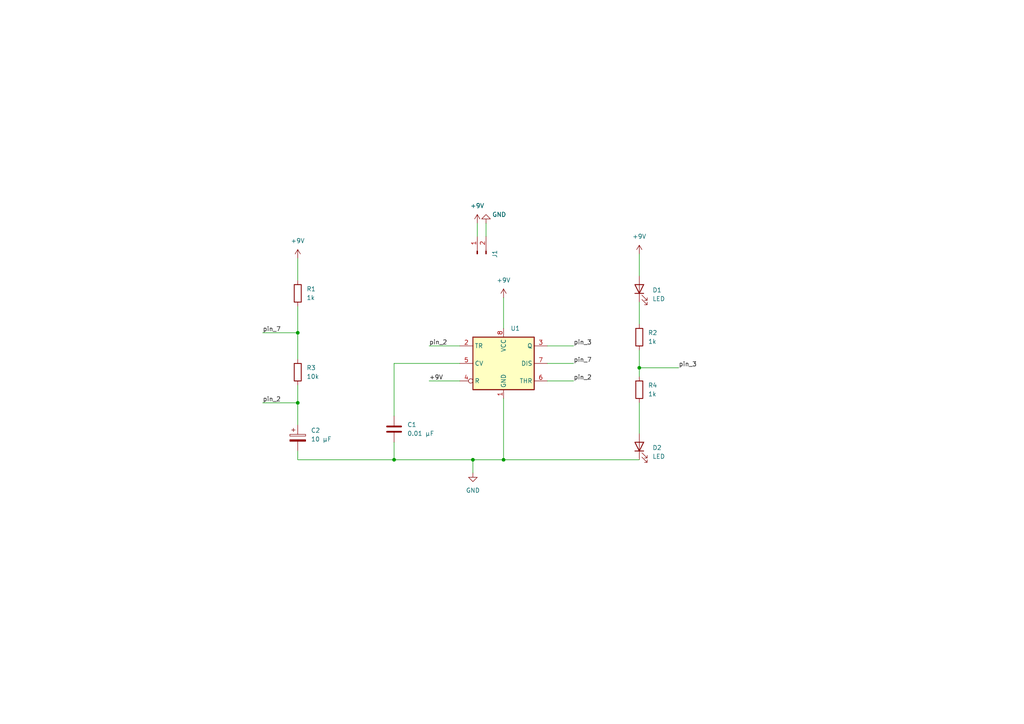
<source format=kicad_sch>
(kicad_sch (version 20211123) (generator eeschema)

  (uuid 3347ddea-a23d-4d8a-a78d-e7ba1bd1832e)

  (paper "A4")

  (lib_symbols
    (symbol "Connector:Conn_01x02_Male" (pin_names (offset 1.016) hide) (in_bom yes) (on_board yes)
      (property "Reference" "J" (id 0) (at 0 2.54 0)
        (effects (font (size 1.27 1.27)))
      )
      (property "Value" "Conn_01x02_Male" (id 1) (at 0 -5.08 0)
        (effects (font (size 1.27 1.27)))
      )
      (property "Footprint" "" (id 2) (at 0 0 0)
        (effects (font (size 1.27 1.27)) hide)
      )
      (property "Datasheet" "~" (id 3) (at 0 0 0)
        (effects (font (size 1.27 1.27)) hide)
      )
      (property "ki_keywords" "connector" (id 4) (at 0 0 0)
        (effects (font (size 1.27 1.27)) hide)
      )
      (property "ki_description" "Generic connector, single row, 01x02, script generated (kicad-library-utils/schlib/autogen/connector/)" (id 5) (at 0 0 0)
        (effects (font (size 1.27 1.27)) hide)
      )
      (property "ki_fp_filters" "Connector*:*_1x??_*" (id 6) (at 0 0 0)
        (effects (font (size 1.27 1.27)) hide)
      )
      (symbol "Conn_01x02_Male_1_1"
        (polyline
          (pts
            (xy 1.27 -2.54)
            (xy 0.8636 -2.54)
          )
          (stroke (width 0.1524) (type default) (color 0 0 0 0))
          (fill (type none))
        )
        (polyline
          (pts
            (xy 1.27 0)
            (xy 0.8636 0)
          )
          (stroke (width 0.1524) (type default) (color 0 0 0 0))
          (fill (type none))
        )
        (rectangle (start 0.8636 -2.413) (end 0 -2.667)
          (stroke (width 0.1524) (type default) (color 0 0 0 0))
          (fill (type outline))
        )
        (rectangle (start 0.8636 0.127) (end 0 -0.127)
          (stroke (width 0.1524) (type default) (color 0 0 0 0))
          (fill (type outline))
        )
        (pin passive line (at 5.08 0 180) (length 3.81)
          (name "Pin_1" (effects (font (size 1.27 1.27))))
          (number "1" (effects (font (size 1.27 1.27))))
        )
        (pin passive line (at 5.08 -2.54 180) (length 3.81)
          (name "Pin_2" (effects (font (size 1.27 1.27))))
          (number "2" (effects (font (size 1.27 1.27))))
        )
      )
    )
    (symbol "Device:C" (pin_numbers hide) (pin_names (offset 0.254)) (in_bom yes) (on_board yes)
      (property "Reference" "C" (id 0) (at 0.635 2.54 0)
        (effects (font (size 1.27 1.27)) (justify left))
      )
      (property "Value" "C" (id 1) (at 0.635 -2.54 0)
        (effects (font (size 1.27 1.27)) (justify left))
      )
      (property "Footprint" "" (id 2) (at 0.9652 -3.81 0)
        (effects (font (size 1.27 1.27)) hide)
      )
      (property "Datasheet" "~" (id 3) (at 0 0 0)
        (effects (font (size 1.27 1.27)) hide)
      )
      (property "ki_keywords" "cap capacitor" (id 4) (at 0 0 0)
        (effects (font (size 1.27 1.27)) hide)
      )
      (property "ki_description" "Unpolarized capacitor" (id 5) (at 0 0 0)
        (effects (font (size 1.27 1.27)) hide)
      )
      (property "ki_fp_filters" "C_*" (id 6) (at 0 0 0)
        (effects (font (size 1.27 1.27)) hide)
      )
      (symbol "C_0_1"
        (polyline
          (pts
            (xy -2.032 -0.762)
            (xy 2.032 -0.762)
          )
          (stroke (width 0.508) (type default) (color 0 0 0 0))
          (fill (type none))
        )
        (polyline
          (pts
            (xy -2.032 0.762)
            (xy 2.032 0.762)
          )
          (stroke (width 0.508) (type default) (color 0 0 0 0))
          (fill (type none))
        )
      )
      (symbol "C_1_1"
        (pin passive line (at 0 3.81 270) (length 2.794)
          (name "~" (effects (font (size 1.27 1.27))))
          (number "1" (effects (font (size 1.27 1.27))))
        )
        (pin passive line (at 0 -3.81 90) (length 2.794)
          (name "~" (effects (font (size 1.27 1.27))))
          (number "2" (effects (font (size 1.27 1.27))))
        )
      )
    )
    (symbol "Device:C_Polarized" (pin_numbers hide) (pin_names (offset 0.254)) (in_bom yes) (on_board yes)
      (property "Reference" "C" (id 0) (at 0.635 2.54 0)
        (effects (font (size 1.27 1.27)) (justify left))
      )
      (property "Value" "C_Polarized" (id 1) (at 0.635 -2.54 0)
        (effects (font (size 1.27 1.27)) (justify left))
      )
      (property "Footprint" "" (id 2) (at 0.9652 -3.81 0)
        (effects (font (size 1.27 1.27)) hide)
      )
      (property "Datasheet" "~" (id 3) (at 0 0 0)
        (effects (font (size 1.27 1.27)) hide)
      )
      (property "ki_keywords" "cap capacitor" (id 4) (at 0 0 0)
        (effects (font (size 1.27 1.27)) hide)
      )
      (property "ki_description" "Polarized capacitor" (id 5) (at 0 0 0)
        (effects (font (size 1.27 1.27)) hide)
      )
      (property "ki_fp_filters" "CP_*" (id 6) (at 0 0 0)
        (effects (font (size 1.27 1.27)) hide)
      )
      (symbol "C_Polarized_0_1"
        (rectangle (start -2.286 0.508) (end 2.286 1.016)
          (stroke (width 0) (type default) (color 0 0 0 0))
          (fill (type none))
        )
        (polyline
          (pts
            (xy -1.778 2.286)
            (xy -0.762 2.286)
          )
          (stroke (width 0) (type default) (color 0 0 0 0))
          (fill (type none))
        )
        (polyline
          (pts
            (xy -1.27 2.794)
            (xy -1.27 1.778)
          )
          (stroke (width 0) (type default) (color 0 0 0 0))
          (fill (type none))
        )
        (rectangle (start 2.286 -0.508) (end -2.286 -1.016)
          (stroke (width 0) (type default) (color 0 0 0 0))
          (fill (type outline))
        )
      )
      (symbol "C_Polarized_1_1"
        (pin passive line (at 0 3.81 270) (length 2.794)
          (name "~" (effects (font (size 1.27 1.27))))
          (number "1" (effects (font (size 1.27 1.27))))
        )
        (pin passive line (at 0 -3.81 90) (length 2.794)
          (name "~" (effects (font (size 1.27 1.27))))
          (number "2" (effects (font (size 1.27 1.27))))
        )
      )
    )
    (symbol "Device:LED" (pin_numbers hide) (pin_names (offset 1.016) hide) (in_bom yes) (on_board yes)
      (property "Reference" "D" (id 0) (at 0 2.54 0)
        (effects (font (size 1.27 1.27)))
      )
      (property "Value" "LED" (id 1) (at 0 -2.54 0)
        (effects (font (size 1.27 1.27)))
      )
      (property "Footprint" "" (id 2) (at 0 0 0)
        (effects (font (size 1.27 1.27)) hide)
      )
      (property "Datasheet" "~" (id 3) (at 0 0 0)
        (effects (font (size 1.27 1.27)) hide)
      )
      (property "ki_keywords" "LED diode" (id 4) (at 0 0 0)
        (effects (font (size 1.27 1.27)) hide)
      )
      (property "ki_description" "Light emitting diode" (id 5) (at 0 0 0)
        (effects (font (size 1.27 1.27)) hide)
      )
      (property "ki_fp_filters" "LED* LED_SMD:* LED_THT:*" (id 6) (at 0 0 0)
        (effects (font (size 1.27 1.27)) hide)
      )
      (symbol "LED_0_1"
        (polyline
          (pts
            (xy -1.27 -1.27)
            (xy -1.27 1.27)
          )
          (stroke (width 0.254) (type default) (color 0 0 0 0))
          (fill (type none))
        )
        (polyline
          (pts
            (xy -1.27 0)
            (xy 1.27 0)
          )
          (stroke (width 0) (type default) (color 0 0 0 0))
          (fill (type none))
        )
        (polyline
          (pts
            (xy 1.27 -1.27)
            (xy 1.27 1.27)
            (xy -1.27 0)
            (xy 1.27 -1.27)
          )
          (stroke (width 0.254) (type default) (color 0 0 0 0))
          (fill (type none))
        )
        (polyline
          (pts
            (xy -3.048 -0.762)
            (xy -4.572 -2.286)
            (xy -3.81 -2.286)
            (xy -4.572 -2.286)
            (xy -4.572 -1.524)
          )
          (stroke (width 0) (type default) (color 0 0 0 0))
          (fill (type none))
        )
        (polyline
          (pts
            (xy -1.778 -0.762)
            (xy -3.302 -2.286)
            (xy -2.54 -2.286)
            (xy -3.302 -2.286)
            (xy -3.302 -1.524)
          )
          (stroke (width 0) (type default) (color 0 0 0 0))
          (fill (type none))
        )
      )
      (symbol "LED_1_1"
        (pin passive line (at -3.81 0 0) (length 2.54)
          (name "K" (effects (font (size 1.27 1.27))))
          (number "1" (effects (font (size 1.27 1.27))))
        )
        (pin passive line (at 3.81 0 180) (length 2.54)
          (name "A" (effects (font (size 1.27 1.27))))
          (number "2" (effects (font (size 1.27 1.27))))
        )
      )
    )
    (symbol "Device:R" (pin_numbers hide) (pin_names (offset 0)) (in_bom yes) (on_board yes)
      (property "Reference" "R" (id 0) (at 2.032 0 90)
        (effects (font (size 1.27 1.27)))
      )
      (property "Value" "R" (id 1) (at 0 0 90)
        (effects (font (size 1.27 1.27)))
      )
      (property "Footprint" "" (id 2) (at -1.778 0 90)
        (effects (font (size 1.27 1.27)) hide)
      )
      (property "Datasheet" "~" (id 3) (at 0 0 0)
        (effects (font (size 1.27 1.27)) hide)
      )
      (property "ki_keywords" "R res resistor" (id 4) (at 0 0 0)
        (effects (font (size 1.27 1.27)) hide)
      )
      (property "ki_description" "Resistor" (id 5) (at 0 0 0)
        (effects (font (size 1.27 1.27)) hide)
      )
      (property "ki_fp_filters" "R_*" (id 6) (at 0 0 0)
        (effects (font (size 1.27 1.27)) hide)
      )
      (symbol "R_0_1"
        (rectangle (start -1.016 -2.54) (end 1.016 2.54)
          (stroke (width 0.254) (type default) (color 0 0 0 0))
          (fill (type none))
        )
      )
      (symbol "R_1_1"
        (pin passive line (at 0 3.81 270) (length 1.27)
          (name "~" (effects (font (size 1.27 1.27))))
          (number "1" (effects (font (size 1.27 1.27))))
        )
        (pin passive line (at 0 -3.81 90) (length 1.27)
          (name "~" (effects (font (size 1.27 1.27))))
          (number "2" (effects (font (size 1.27 1.27))))
        )
      )
    )
    (symbol "Timer:NE555D" (in_bom yes) (on_board yes)
      (property "Reference" "U" (id 0) (at -10.16 8.89 0)
        (effects (font (size 1.27 1.27)) (justify left))
      )
      (property "Value" "NE555D" (id 1) (at 2.54 8.89 0)
        (effects (font (size 1.27 1.27)) (justify left))
      )
      (property "Footprint" "Package_SO:SOIC-8_3.9x4.9mm_P1.27mm" (id 2) (at 21.59 -10.16 0)
        (effects (font (size 1.27 1.27)) hide)
      )
      (property "Datasheet" "http://www.ti.com/lit/ds/symlink/ne555.pdf" (id 3) (at 21.59 -10.16 0)
        (effects (font (size 1.27 1.27)) hide)
      )
      (property "ki_keywords" "single timer 555" (id 4) (at 0 0 0)
        (effects (font (size 1.27 1.27)) hide)
      )
      (property "ki_description" "Precision Timers, 555 compatible, SOIC-8" (id 5) (at 0 0 0)
        (effects (font (size 1.27 1.27)) hide)
      )
      (property "ki_fp_filters" "SOIC*3.9x4.9mm*P1.27mm*" (id 6) (at 0 0 0)
        (effects (font (size 1.27 1.27)) hide)
      )
      (symbol "NE555D_0_0"
        (pin power_in line (at 0 -10.16 90) (length 2.54)
          (name "GND" (effects (font (size 1.27 1.27))))
          (number "1" (effects (font (size 1.27 1.27))))
        )
        (pin power_in line (at 0 10.16 270) (length 2.54)
          (name "VCC" (effects (font (size 1.27 1.27))))
          (number "8" (effects (font (size 1.27 1.27))))
        )
      )
      (symbol "NE555D_0_1"
        (rectangle (start -8.89 -7.62) (end 8.89 7.62)
          (stroke (width 0.254) (type default) (color 0 0 0 0))
          (fill (type background))
        )
        (rectangle (start -8.89 -7.62) (end 8.89 7.62)
          (stroke (width 0.254) (type default) (color 0 0 0 0))
          (fill (type background))
        )
      )
      (symbol "NE555D_1_1"
        (pin input line (at -12.7 5.08 0) (length 3.81)
          (name "TR" (effects (font (size 1.27 1.27))))
          (number "2" (effects (font (size 1.27 1.27))))
        )
        (pin output line (at 12.7 5.08 180) (length 3.81)
          (name "Q" (effects (font (size 1.27 1.27))))
          (number "3" (effects (font (size 1.27 1.27))))
        )
        (pin input inverted (at -12.7 -5.08 0) (length 3.81)
          (name "R" (effects (font (size 1.27 1.27))))
          (number "4" (effects (font (size 1.27 1.27))))
        )
        (pin input line (at -12.7 0 0) (length 3.81)
          (name "CV" (effects (font (size 1.27 1.27))))
          (number "5" (effects (font (size 1.27 1.27))))
        )
        (pin input line (at 12.7 -5.08 180) (length 3.81)
          (name "THR" (effects (font (size 1.27 1.27))))
          (number "6" (effects (font (size 1.27 1.27))))
        )
        (pin input line (at 12.7 0 180) (length 3.81)
          (name "DIS" (effects (font (size 1.27 1.27))))
          (number "7" (effects (font (size 1.27 1.27))))
        )
      )
    )
    (symbol "power:+9V" (power) (pin_names (offset 0)) (in_bom yes) (on_board yes)
      (property "Reference" "#PWR" (id 0) (at 0 -3.81 0)
        (effects (font (size 1.27 1.27)) hide)
      )
      (property "Value" "+9V" (id 1) (at 0 3.556 0)
        (effects (font (size 1.27 1.27)))
      )
      (property "Footprint" "" (id 2) (at 0 0 0)
        (effects (font (size 1.27 1.27)) hide)
      )
      (property "Datasheet" "" (id 3) (at 0 0 0)
        (effects (font (size 1.27 1.27)) hide)
      )
      (property "ki_keywords" "global power" (id 4) (at 0 0 0)
        (effects (font (size 1.27 1.27)) hide)
      )
      (property "ki_description" "Power symbol creates a global label with name \"+9V\"" (id 5) (at 0 0 0)
        (effects (font (size 1.27 1.27)) hide)
      )
      (symbol "+9V_0_1"
        (polyline
          (pts
            (xy -0.762 1.27)
            (xy 0 2.54)
          )
          (stroke (width 0) (type default) (color 0 0 0 0))
          (fill (type none))
        )
        (polyline
          (pts
            (xy 0 0)
            (xy 0 2.54)
          )
          (stroke (width 0) (type default) (color 0 0 0 0))
          (fill (type none))
        )
        (polyline
          (pts
            (xy 0 2.54)
            (xy 0.762 1.27)
          )
          (stroke (width 0) (type default) (color 0 0 0 0))
          (fill (type none))
        )
      )
      (symbol "+9V_1_1"
        (pin power_in line (at 0 0 90) (length 0) hide
          (name "+9V" (effects (font (size 1.27 1.27))))
          (number "1" (effects (font (size 1.27 1.27))))
        )
      )
    )
    (symbol "power:GND" (power) (pin_names (offset 0)) (in_bom yes) (on_board yes)
      (property "Reference" "#PWR" (id 0) (at 0 -6.35 0)
        (effects (font (size 1.27 1.27)) hide)
      )
      (property "Value" "GND" (id 1) (at 0 -3.81 0)
        (effects (font (size 1.27 1.27)))
      )
      (property "Footprint" "" (id 2) (at 0 0 0)
        (effects (font (size 1.27 1.27)) hide)
      )
      (property "Datasheet" "" (id 3) (at 0 0 0)
        (effects (font (size 1.27 1.27)) hide)
      )
      (property "ki_keywords" "global power" (id 4) (at 0 0 0)
        (effects (font (size 1.27 1.27)) hide)
      )
      (property "ki_description" "Power symbol creates a global label with name \"GND\" , ground" (id 5) (at 0 0 0)
        (effects (font (size 1.27 1.27)) hide)
      )
      (symbol "GND_0_1"
        (polyline
          (pts
            (xy 0 0)
            (xy 0 -1.27)
            (xy 1.27 -1.27)
            (xy 0 -2.54)
            (xy -1.27 -1.27)
            (xy 0 -1.27)
          )
          (stroke (width 0) (type default) (color 0 0 0 0))
          (fill (type none))
        )
      )
      (symbol "GND_1_1"
        (pin power_in line (at 0 0 270) (length 0) hide
          (name "GND" (effects (font (size 1.27 1.27))))
          (number "1" (effects (font (size 1.27 1.27))))
        )
      )
    )
  )

  (junction (at 114.3 133.35) (diameter 0) (color 0 0 0 0)
    (uuid 8444e46a-8405-4c0b-a78e-ffea02d80a49)
  )
  (junction (at 137.16 133.35) (diameter 0) (color 0 0 0 0)
    (uuid 899b9e11-afa6-4074-9b73-ad9fe79cdcd2)
  )
  (junction (at 185.42 106.68) (diameter 0) (color 0 0 0 0)
    (uuid 8dd4a8f9-f3eb-4543-8fa7-821f6b15595e)
  )
  (junction (at 146.05 133.35) (diameter 0) (color 0 0 0 0)
    (uuid d8f6d4b4-f8f0-4f1f-adf2-9b82e76262c0)
  )
  (junction (at 86.36 96.52) (diameter 0) (color 0 0 0 0)
    (uuid e2d270ab-2dfd-4b27-a9cd-84a470f7c5df)
  )
  (junction (at 86.36 116.84) (diameter 0) (color 0 0 0 0)
    (uuid f15c027a-6028-4a59-a8ea-0b32b4224d55)
  )

  (wire (pts (xy 86.36 96.52) (xy 86.36 104.14))
    (stroke (width 0) (type default) (color 0 0 0 0))
    (uuid 13bd674c-428d-41c7-85eb-4c2989195e14)
  )
  (wire (pts (xy 185.42 87.63) (xy 185.42 93.98))
    (stroke (width 0) (type default) (color 0 0 0 0))
    (uuid 216080f9-607f-4b73-b836-bb8cc2873fc4)
  )
  (wire (pts (xy 185.42 116.84) (xy 185.42 125.73))
    (stroke (width 0) (type default) (color 0 0 0 0))
    (uuid 2a0fbb52-3390-4923-8d47-0357d698128b)
  )
  (wire (pts (xy 137.16 133.35) (xy 114.3 133.35))
    (stroke (width 0) (type default) (color 0 0 0 0))
    (uuid 2ea3dff4-5cdf-4322-9cba-473afe50efaa)
  )
  (wire (pts (xy 86.36 88.9) (xy 86.36 96.52))
    (stroke (width 0) (type default) (color 0 0 0 0))
    (uuid 347aa320-0ce8-48d8-9083-c2fa32c22548)
  )
  (wire (pts (xy 185.42 106.68) (xy 185.42 109.22))
    (stroke (width 0) (type default) (color 0 0 0 0))
    (uuid 38a8064c-6ca6-4037-9847-50c410ee1961)
  )
  (wire (pts (xy 158.75 105.41) (xy 166.37 105.41))
    (stroke (width 0) (type default) (color 0 0 0 0))
    (uuid 3a6dc18c-8dfa-4724-8559-3f9e5acef06f)
  )
  (wire (pts (xy 114.3 133.35) (xy 114.3 128.27))
    (stroke (width 0) (type default) (color 0 0 0 0))
    (uuid 3c792669-8eae-4940-a557-5c2e0a673203)
  )
  (wire (pts (xy 138.43 64.77) (xy 138.43 68.58))
    (stroke (width 0) (type default) (color 0 0 0 0))
    (uuid 67df4886-5849-40d9-9372-bb65621519e4)
  )
  (wire (pts (xy 86.36 116.84) (xy 86.36 123.19))
    (stroke (width 0) (type default) (color 0 0 0 0))
    (uuid 6a388946-7ecc-47b3-be26-5b4e3df1c836)
  )
  (wire (pts (xy 185.42 106.68) (xy 196.85 106.68))
    (stroke (width 0) (type default) (color 0 0 0 0))
    (uuid 6cbae47f-7f5a-4cb4-a276-21c82c678c9f)
  )
  (wire (pts (xy 86.36 111.76) (xy 86.36 116.84))
    (stroke (width 0) (type default) (color 0 0 0 0))
    (uuid 6dd8e5e0-1f42-4bd0-b9f5-8597587da7e2)
  )
  (wire (pts (xy 137.16 133.35) (xy 137.16 137.16))
    (stroke (width 0) (type default) (color 0 0 0 0))
    (uuid 70085f05-b1c7-41bf-9099-8f3361e7190d)
  )
  (wire (pts (xy 114.3 120.65) (xy 114.3 105.41))
    (stroke (width 0) (type default) (color 0 0 0 0))
    (uuid 8e54a3a1-0b1c-44fd-ac98-e48fc5a2b730)
  )
  (wire (pts (xy 76.2 96.52) (xy 86.36 96.52))
    (stroke (width 0) (type default) (color 0 0 0 0))
    (uuid 929c23a5-8b01-44c7-8d4c-80d68977d514)
  )
  (wire (pts (xy 124.46 110.49) (xy 133.35 110.49))
    (stroke (width 0) (type default) (color 0 0 0 0))
    (uuid 93c2862c-b73c-4cec-ad88-309fbc5cc83d)
  )
  (wire (pts (xy 86.36 74.93) (xy 86.36 81.28))
    (stroke (width 0) (type default) (color 0 0 0 0))
    (uuid 9adc359b-5c74-4534-bae7-d74268eea47c)
  )
  (wire (pts (xy 114.3 105.41) (xy 133.35 105.41))
    (stroke (width 0) (type default) (color 0 0 0 0))
    (uuid a50cab17-d552-4d8a-8477-6f02089c2e1d)
  )
  (wire (pts (xy 114.3 133.35) (xy 86.36 133.35))
    (stroke (width 0) (type default) (color 0 0 0 0))
    (uuid a51f6c7e-6f74-47d0-9564-de214c7c1890)
  )
  (wire (pts (xy 185.42 133.35) (xy 146.05 133.35))
    (stroke (width 0) (type default) (color 0 0 0 0))
    (uuid a70f14bf-ab65-4cf4-92dc-f218e463e452)
  )
  (wire (pts (xy 158.75 100.33) (xy 166.37 100.33))
    (stroke (width 0) (type default) (color 0 0 0 0))
    (uuid b0461efc-2a4e-4557-9e84-018ad170c9db)
  )
  (wire (pts (xy 124.46 100.33) (xy 133.35 100.33))
    (stroke (width 0) (type default) (color 0 0 0 0))
    (uuid b11bc8e8-627e-4dcc-baa3-03feec6a7828)
  )
  (wire (pts (xy 140.97 64.77) (xy 140.97 68.58))
    (stroke (width 0) (type default) (color 0 0 0 0))
    (uuid b43c51df-168f-4b18-97fa-bb32dbbd074b)
  )
  (wire (pts (xy 76.2 116.84) (xy 86.36 116.84))
    (stroke (width 0) (type default) (color 0 0 0 0))
    (uuid c344d31e-d718-4a0d-9b19-fd5254f8c446)
  )
  (wire (pts (xy 146.05 133.35) (xy 146.05 115.57))
    (stroke (width 0) (type default) (color 0 0 0 0))
    (uuid d04e6ca9-a86a-4cea-9092-768dd704621e)
  )
  (wire (pts (xy 185.42 73.66) (xy 185.42 80.01))
    (stroke (width 0) (type default) (color 0 0 0 0))
    (uuid dcb1c6eb-5d94-4ce3-abe5-3ce68be9d232)
  )
  (wire (pts (xy 146.05 133.35) (xy 137.16 133.35))
    (stroke (width 0) (type default) (color 0 0 0 0))
    (uuid e02eb2b4-5835-49a7-a8f5-0ae131f08c55)
  )
  (wire (pts (xy 86.36 133.35) (xy 86.36 130.81))
    (stroke (width 0) (type default) (color 0 0 0 0))
    (uuid e2607439-046c-49c3-949f-3f6744595e18)
  )
  (wire (pts (xy 146.05 86.36) (xy 146.05 95.25))
    (stroke (width 0) (type default) (color 0 0 0 0))
    (uuid e45a6aa1-90f2-42ac-94ab-eeda8df8c386)
  )
  (wire (pts (xy 185.42 101.6) (xy 185.42 106.68))
    (stroke (width 0) (type default) (color 0 0 0 0))
    (uuid e78face3-1a62-4506-8b6e-273d9fc64bba)
  )
  (wire (pts (xy 158.75 110.49) (xy 166.37 110.49))
    (stroke (width 0) (type default) (color 0 0 0 0))
    (uuid ed86de71-ce9a-4d20-9e49-dc225306df44)
  )

  (label "pin_2" (at 124.46 100.33 0)
    (effects (font (size 1.27 1.27)) (justify left bottom))
    (uuid 3586b267-413e-42ee-8827-473387e0faf2)
  )
  (label "+9V" (at 124.46 110.49 0)
    (effects (font (size 1.27 1.27)) (justify left bottom))
    (uuid 589b7b6f-ee3f-4ff7-a96c-d4db6eea6547)
  )
  (label "pin_7" (at 76.2 96.52 0)
    (effects (font (size 1.27 1.27)) (justify left bottom))
    (uuid 5ebbb3ac-5f69-4673-ae4e-d62330d9cf8c)
  )
  (label "pin_2" (at 76.2 116.84 0)
    (effects (font (size 1.27 1.27)) (justify left bottom))
    (uuid a222a707-e1a1-4dfc-bebf-aa8a84fa69ea)
  )
  (label "pin_2" (at 166.37 110.49 0)
    (effects (font (size 1.27 1.27)) (justify left bottom))
    (uuid a33f50cf-2aba-46b0-841b-8e8daed4a21e)
  )
  (label "pin_7" (at 166.37 105.41 0)
    (effects (font (size 1.27 1.27)) (justify left bottom))
    (uuid c530ebd9-fa53-4628-b995-0ea6e036712c)
  )
  (label "pin_3" (at 166.37 100.33 0)
    (effects (font (size 1.27 1.27)) (justify left bottom))
    (uuid cdfd8ac9-dfc5-4b6a-a6e0-7eb4bb7bb7d7)
  )
  (label "pin_3" (at 196.85 106.68 0)
    (effects (font (size 1.27 1.27)) (justify left bottom))
    (uuid f44e0243-ba59-4e4a-8836-32410b148a31)
  )

  (symbol (lib_id "Timer:NE555D") (at 146.05 105.41 0) (unit 1)
    (in_bom yes) (on_board yes) (fields_autoplaced)
    (uuid 1543a055-0a89-4f59-8112-244de6d3ba82)
    (property "Reference" "U1" (id 0) (at 148.0694 95.25 0)
      (effects (font (size 1.27 1.27)) (justify left))
    )
    (property "Value" "NE555D" (id 1) (at 148.0694 95.25 0)
      (effects (font (size 1.27 1.27)) (justify left) hide)
    )
    (property "Footprint" "Package_SO:SOIC-8_3.9x4.9mm_P1.27mm" (id 2) (at 167.64 115.57 0)
      (effects (font (size 1.27 1.27)) hide)
    )
    (property "Datasheet" "http://www.ti.com/lit/ds/symlink/ne555.pdf" (id 3) (at 167.64 115.57 0)
      (effects (font (size 1.27 1.27)) hide)
    )
    (pin "1" (uuid e84b6153-200e-4682-82bf-863c72806d38))
    (pin "8" (uuid 68604850-947a-4e41-8c76-d51445281cdf))
    (pin "2" (uuid fc301175-27bc-42ec-9cf5-107f590847db))
    (pin "3" (uuid 8b6d8dac-f77e-40e5-b9b2-521a1622e282))
    (pin "4" (uuid c371b9e9-2bc2-4085-8bb2-60aef043b3a1))
    (pin "5" (uuid d0445b66-ee9e-4c0d-84dc-c374bc2427e8))
    (pin "6" (uuid d8d68002-7069-41f6-b39a-27e304863148))
    (pin "7" (uuid 9e249154-da92-4556-befa-9be68a6a2551))
  )

  (symbol (lib_id "Device:R") (at 185.42 113.03 0) (unit 1)
    (in_bom yes) (on_board yes) (fields_autoplaced)
    (uuid 15ccb520-14c0-4d25-84d0-891a17b54dbd)
    (property "Reference" "R4" (id 0) (at 187.96 111.7599 0)
      (effects (font (size 1.27 1.27)) (justify left))
    )
    (property "Value" "1k" (id 1) (at 187.96 114.2999 0)
      (effects (font (size 1.27 1.27)) (justify left))
    )
    (property "Footprint" "" (id 2) (at 183.642 113.03 90)
      (effects (font (size 1.27 1.27)) hide)
    )
    (property "Datasheet" "~" (id 3) (at 185.42 113.03 0)
      (effects (font (size 1.27 1.27)) hide)
    )
    (pin "1" (uuid 2bc73e3c-3454-473b-81c9-e4e03b72c889))
    (pin "2" (uuid c43c2468-ae3f-4a3a-bc01-e804869cc70a))
  )

  (symbol (lib_id "Device:R") (at 185.42 97.79 0) (unit 1)
    (in_bom yes) (on_board yes) (fields_autoplaced)
    (uuid 22d59abf-d2ee-48cf-b1b6-76f2383b68a7)
    (property "Reference" "R2" (id 0) (at 187.96 96.5199 0)
      (effects (font (size 1.27 1.27)) (justify left))
    )
    (property "Value" "1k" (id 1) (at 187.96 99.0599 0)
      (effects (font (size 1.27 1.27)) (justify left))
    )
    (property "Footprint" "" (id 2) (at 183.642 97.79 90)
      (effects (font (size 1.27 1.27)) hide)
    )
    (property "Datasheet" "~" (id 3) (at 185.42 97.79 0)
      (effects (font (size 1.27 1.27)) hide)
    )
    (pin "1" (uuid 430255c5-ba1d-4a9d-a0c3-825ff2b2ec2e))
    (pin "2" (uuid ce153c0c-c24d-40e8-9d5f-1c5995a403c3))
  )

  (symbol (lib_id "Device:C") (at 114.3 124.46 0) (unit 1)
    (in_bom yes) (on_board yes) (fields_autoplaced)
    (uuid 23465697-ba48-4b36-9028-37a63bae271b)
    (property "Reference" "C1" (id 0) (at 118.11 123.1899 0)
      (effects (font (size 1.27 1.27)) (justify left))
    )
    (property "Value" "0.01 μF" (id 1) (at 118.11 125.7299 0)
      (effects (font (size 1.27 1.27)) (justify left))
    )
    (property "Footprint" "" (id 2) (at 115.2652 128.27 0)
      (effects (font (size 1.27 1.27)) hide)
    )
    (property "Datasheet" "~" (id 3) (at 114.3 124.46 0)
      (effects (font (size 1.27 1.27)) hide)
    )
    (pin "1" (uuid 791790ab-2b68-4d01-bb57-5608a64ff7a3))
    (pin "2" (uuid df026190-d664-4d67-bdba-5587e5322399))
  )

  (symbol (lib_id "power:+9V") (at 138.43 64.77 0) (unit 1)
    (in_bom yes) (on_board yes) (fields_autoplaced)
    (uuid 3043727b-0b4f-4513-ab51-bf17c63bcd00)
    (property "Reference" "#PWR01" (id 0) (at 138.43 68.58 0)
      (effects (font (size 1.27 1.27)) hide)
    )
    (property "Value" "+9V" (id 1) (at 138.43 59.69 0))
    (property "Footprint" "" (id 2) (at 138.43 64.77 0)
      (effects (font (size 1.27 1.27)) hide)
    )
    (property "Datasheet" "" (id 3) (at 138.43 64.77 0)
      (effects (font (size 1.27 1.27)) hide)
    )
    (pin "1" (uuid b5e1482a-e262-4d72-8b1b-acb689d69886))
  )

  (symbol (lib_id "power:GND") (at 140.97 64.77 0) (mirror x) (unit 1)
    (in_bom yes) (on_board yes)
    (uuid 378ac53e-f68d-4e57-ab27-0e6db3f1bca5)
    (property "Reference" "#PWR02" (id 0) (at 140.97 58.42 0)
      (effects (font (size 1.27 1.27)) hide)
    )
    (property "Value" "GND" (id 1) (at 144.78 62.23 0))
    (property "Footprint" "" (id 2) (at 140.97 64.77 0)
      (effects (font (size 1.27 1.27)) hide)
    )
    (property "Datasheet" "" (id 3) (at 140.97 64.77 0)
      (effects (font (size 1.27 1.27)) hide)
    )
    (pin "1" (uuid ba5028bc-919f-4082-8f56-2a5c52be9b3d))
  )

  (symbol (lib_id "power:+9V") (at 86.36 74.93 0) (unit 1)
    (in_bom yes) (on_board yes) (fields_autoplaced)
    (uuid 427e9c93-482e-432a-bcd0-28d4bb6a89b8)
    (property "Reference" "#PWR04" (id 0) (at 86.36 78.74 0)
      (effects (font (size 1.27 1.27)) hide)
    )
    (property "Value" "+9V" (id 1) (at 86.36 69.85 0))
    (property "Footprint" "" (id 2) (at 86.36 74.93 0)
      (effects (font (size 1.27 1.27)) hide)
    )
    (property "Datasheet" "" (id 3) (at 86.36 74.93 0)
      (effects (font (size 1.27 1.27)) hide)
    )
    (pin "1" (uuid 1ac3f617-5e46-4b30-ad41-33b176e48a98))
  )

  (symbol (lib_id "Device:R") (at 86.36 85.09 0) (unit 1)
    (in_bom yes) (on_board yes) (fields_autoplaced)
    (uuid 49a2ba63-d010-41ef-be76-d27c72185c0d)
    (property "Reference" "R1" (id 0) (at 88.9 83.8199 0)
      (effects (font (size 1.27 1.27)) (justify left))
    )
    (property "Value" "1k" (id 1) (at 88.9 86.3599 0)
      (effects (font (size 1.27 1.27)) (justify left))
    )
    (property "Footprint" "" (id 2) (at 84.582 85.09 90)
      (effects (font (size 1.27 1.27)) hide)
    )
    (property "Datasheet" "~" (id 3) (at 86.36 85.09 0)
      (effects (font (size 1.27 1.27)) hide)
    )
    (pin "1" (uuid a4585a4d-bff4-480b-87e2-858dd4c7b34a))
    (pin "2" (uuid efe07696-61c3-4a90-a1ca-2d95bd1740fd))
  )

  (symbol (lib_id "Device:C_Polarized") (at 86.36 127 0) (unit 1)
    (in_bom yes) (on_board yes) (fields_autoplaced)
    (uuid 5bef235e-c5be-4302-ac5b-2a6326b27402)
    (property "Reference" "C2" (id 0) (at 90.17 124.8409 0)
      (effects (font (size 1.27 1.27)) (justify left))
    )
    (property "Value" "10 μF" (id 1) (at 90.17 127.3809 0)
      (effects (font (size 1.27 1.27)) (justify left))
    )
    (property "Footprint" "" (id 2) (at 87.3252 130.81 0)
      (effects (font (size 1.27 1.27)) hide)
    )
    (property "Datasheet" "~" (id 3) (at 86.36 127 0)
      (effects (font (size 1.27 1.27)) hide)
    )
    (pin "1" (uuid de2ea846-b537-4214-9349-7102c29e676a))
    (pin "2" (uuid db0d4297-c664-499f-8517-2abc9b234e3d))
  )

  (symbol (lib_id "Device:R") (at 86.36 107.95 0) (unit 1)
    (in_bom yes) (on_board yes) (fields_autoplaced)
    (uuid 67c31c46-99c2-43f4-bf1a-50327fd8380d)
    (property "Reference" "R3" (id 0) (at 88.9 106.6799 0)
      (effects (font (size 1.27 1.27)) (justify left))
    )
    (property "Value" "10k" (id 1) (at 88.9 109.2199 0)
      (effects (font (size 1.27 1.27)) (justify left))
    )
    (property "Footprint" "" (id 2) (at 84.582 107.95 90)
      (effects (font (size 1.27 1.27)) hide)
    )
    (property "Datasheet" "~" (id 3) (at 86.36 107.95 0)
      (effects (font (size 1.27 1.27)) hide)
    )
    (pin "1" (uuid ab404381-b02c-4635-9d59-c063b31cb467))
    (pin "2" (uuid 6f71e08f-aa35-4795-abb0-616f980b1bc6))
  )

  (symbol (lib_id "power:GND") (at 137.16 137.16 0) (unit 1)
    (in_bom yes) (on_board yes) (fields_autoplaced)
    (uuid a7e38b59-7c2f-478c-8fbc-884ed2311611)
    (property "Reference" "#PWR05" (id 0) (at 137.16 143.51 0)
      (effects (font (size 1.27 1.27)) hide)
    )
    (property "Value" "GND" (id 1) (at 137.16 142.24 0))
    (property "Footprint" "" (id 2) (at 137.16 137.16 0)
      (effects (font (size 1.27 1.27)) hide)
    )
    (property "Datasheet" "" (id 3) (at 137.16 137.16 0)
      (effects (font (size 1.27 1.27)) hide)
    )
    (pin "1" (uuid 1209585b-a5cb-4081-b324-ca9b2270c9b1))
  )

  (symbol (lib_id "Device:LED") (at 185.42 129.54 90) (unit 1)
    (in_bom yes) (on_board yes) (fields_autoplaced)
    (uuid cfde45f3-6407-4204-85b5-e5fcf2dbf58a)
    (property "Reference" "D2" (id 0) (at 189.23 129.8574 90)
      (effects (font (size 1.27 1.27)) (justify right))
    )
    (property "Value" "LED" (id 1) (at 189.23 132.3974 90)
      (effects (font (size 1.27 1.27)) (justify right))
    )
    (property "Footprint" "" (id 2) (at 185.42 129.54 0)
      (effects (font (size 1.27 1.27)) hide)
    )
    (property "Datasheet" "~" (id 3) (at 185.42 129.54 0)
      (effects (font (size 1.27 1.27)) hide)
    )
    (pin "1" (uuid e8f3bf70-4548-4194-8a4f-c6b12aa08a28))
    (pin "2" (uuid a72ef431-45f8-499a-a42e-ad95076ab9c7))
  )

  (symbol (lib_id "Device:LED") (at 185.42 83.82 90) (unit 1)
    (in_bom yes) (on_board yes) (fields_autoplaced)
    (uuid e1e4d2fc-4e94-48a1-afaa-30b7077b92e0)
    (property "Reference" "D1" (id 0) (at 189.23 84.1374 90)
      (effects (font (size 1.27 1.27)) (justify right))
    )
    (property "Value" "LED" (id 1) (at 189.23 86.6774 90)
      (effects (font (size 1.27 1.27)) (justify right))
    )
    (property "Footprint" "" (id 2) (at 185.42 83.82 0)
      (effects (font (size 1.27 1.27)) hide)
    )
    (property "Datasheet" "~" (id 3) (at 185.42 83.82 0)
      (effects (font (size 1.27 1.27)) hide)
    )
    (pin "1" (uuid 13151962-0835-439a-b607-7ff4438c7108))
    (pin "2" (uuid e9b77a96-2166-4566-b49b-d49121e5bdc6))
  )

  (symbol (lib_id "power:+9V") (at 185.42 73.66 0) (unit 1)
    (in_bom yes) (on_board yes) (fields_autoplaced)
    (uuid e7653ee4-66fe-4ead-80c8-ceac8bc4c379)
    (property "Reference" "#PWR03" (id 0) (at 185.42 77.47 0)
      (effects (font (size 1.27 1.27)) hide)
    )
    (property "Value" "+9V" (id 1) (at 185.42 68.58 0))
    (property "Footprint" "" (id 2) (at 185.42 73.66 0)
      (effects (font (size 1.27 1.27)) hide)
    )
    (property "Datasheet" "" (id 3) (at 185.42 73.66 0)
      (effects (font (size 1.27 1.27)) hide)
    )
    (pin "1" (uuid f0056c0b-41ce-4b0b-9d8f-017b9cb13a61))
  )

  (symbol (lib_id "Connector:Conn_01x02_Male") (at 138.43 73.66 90) (unit 1)
    (in_bom yes) (on_board yes)
    (uuid f259d4c5-41e1-4e9d-b856-7940fb6948de)
    (property "Reference" "J1" (id 0) (at 135.89 73.66 0)
      (effects (font (size 1.27 1.27)) hide)
    )
    (property "Value" "J1" (id 1) (at 143.51 73.66 0))
    (property "Footprint" "" (id 2) (at 138.43 73.66 0)
      (effects (font (size 1.27 1.27)) hide)
    )
    (property "Datasheet" "~" (id 3) (at 138.43 73.66 0)
      (effects (font (size 1.27 1.27)) hide)
    )
    (pin "1" (uuid 61c4e823-bf60-4928-a060-1cd793297f1f))
    (pin "2" (uuid cf8e75fe-c652-4cb1-8936-4205e70f3544))
  )

  (symbol (lib_id "power:+9V") (at 146.05 86.36 0) (unit 1)
    (in_bom yes) (on_board yes) (fields_autoplaced)
    (uuid f5fc9f09-c386-4372-a072-e9cbb94b8cd5)
    (property "Reference" "#PWR?" (id 0) (at 146.05 90.17 0)
      (effects (font (size 1.27 1.27)) hide)
    )
    (property "Value" "+9V" (id 1) (at 146.05 81.28 0))
    (property "Footprint" "" (id 2) (at 146.05 86.36 0)
      (effects (font (size 1.27 1.27)) hide)
    )
    (property "Datasheet" "" (id 3) (at 146.05 86.36 0)
      (effects (font (size 1.27 1.27)) hide)
    )
    (pin "1" (uuid 0807d2d2-52a8-43fd-a13c-77de6f750c23))
  )

  (sheet_instances
    (path "/" (page "1"))
  )

  (symbol_instances
    (path "/3043727b-0b4f-4513-ab51-bf17c63bcd00"
      (reference "#PWR01") (unit 1) (value "+9V") (footprint "")
    )
    (path "/378ac53e-f68d-4e57-ab27-0e6db3f1bca5"
      (reference "#PWR02") (unit 1) (value "GND") (footprint "")
    )
    (path "/e7653ee4-66fe-4ead-80c8-ceac8bc4c379"
      (reference "#PWR03") (unit 1) (value "+9V") (footprint "")
    )
    (path "/427e9c93-482e-432a-bcd0-28d4bb6a89b8"
      (reference "#PWR04") (unit 1) (value "+9V") (footprint "")
    )
    (path "/a7e38b59-7c2f-478c-8fbc-884ed2311611"
      (reference "#PWR05") (unit 1) (value "GND") (footprint "")
    )
    (path "/f5fc9f09-c386-4372-a072-e9cbb94b8cd5"
      (reference "#PWR?") (unit 1) (value "+9V") (footprint "")
    )
    (path "/23465697-ba48-4b36-9028-37a63bae271b"
      (reference "C1") (unit 1) (value "0.01 μF") (footprint "")
    )
    (path "/5bef235e-c5be-4302-ac5b-2a6326b27402"
      (reference "C2") (unit 1) (value "10 μF") (footprint "")
    )
    (path "/e1e4d2fc-4e94-48a1-afaa-30b7077b92e0"
      (reference "D1") (unit 1) (value "LED") (footprint "")
    )
    (path "/cfde45f3-6407-4204-85b5-e5fcf2dbf58a"
      (reference "D2") (unit 1) (value "LED") (footprint "")
    )
    (path "/f259d4c5-41e1-4e9d-b856-7940fb6948de"
      (reference "J1") (unit 1) (value "J1") (footprint "")
    )
    (path "/49a2ba63-d010-41ef-be76-d27c72185c0d"
      (reference "R1") (unit 1) (value "1k") (footprint "")
    )
    (path "/22d59abf-d2ee-48cf-b1b6-76f2383b68a7"
      (reference "R2") (unit 1) (value "1k") (footprint "")
    )
    (path "/67c31c46-99c2-43f4-bf1a-50327fd8380d"
      (reference "R3") (unit 1) (value "10k") (footprint "")
    )
    (path "/15ccb520-14c0-4d25-84d0-891a17b54dbd"
      (reference "R4") (unit 1) (value "1k") (footprint "")
    )
    (path "/1543a055-0a89-4f59-8112-244de6d3ba82"
      (reference "U1") (unit 1) (value "NE555D") (footprint "Package_SO:SOIC-8_3.9x4.9mm_P1.27mm")
    )
  )
)

</source>
